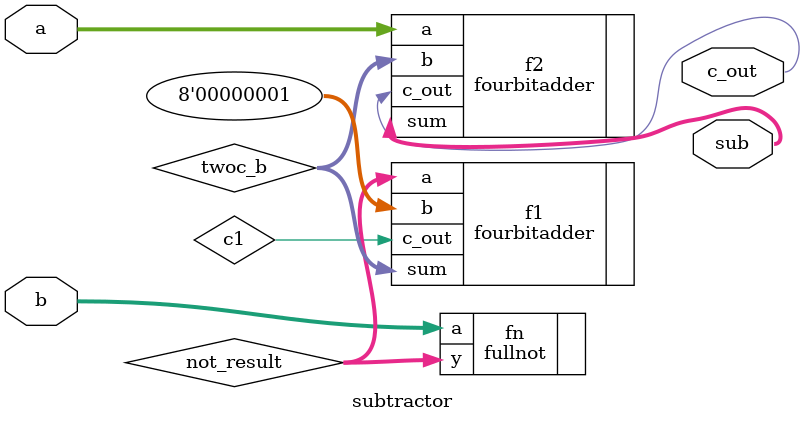
<source format=v>
`include "fullnot.v"
`include "fourbitadder.v"
module subtractor(input[7:0]a, input[7:0]b, output[7:0]sub, output c_out);
wire [7:0]not_result;
wire [7:0]twoc_b;
wire c1;
fullnot fn(.a(b), .y(not_result));
fourbitadder f1(.a(not_result), .b(8'b00000001), .sum(twoc_b), .c_out(c1));
fourbitadder f2(.a(a), .b(twoc_b), .sum(sub), .c_out(c_out));
endmodule
</source>
